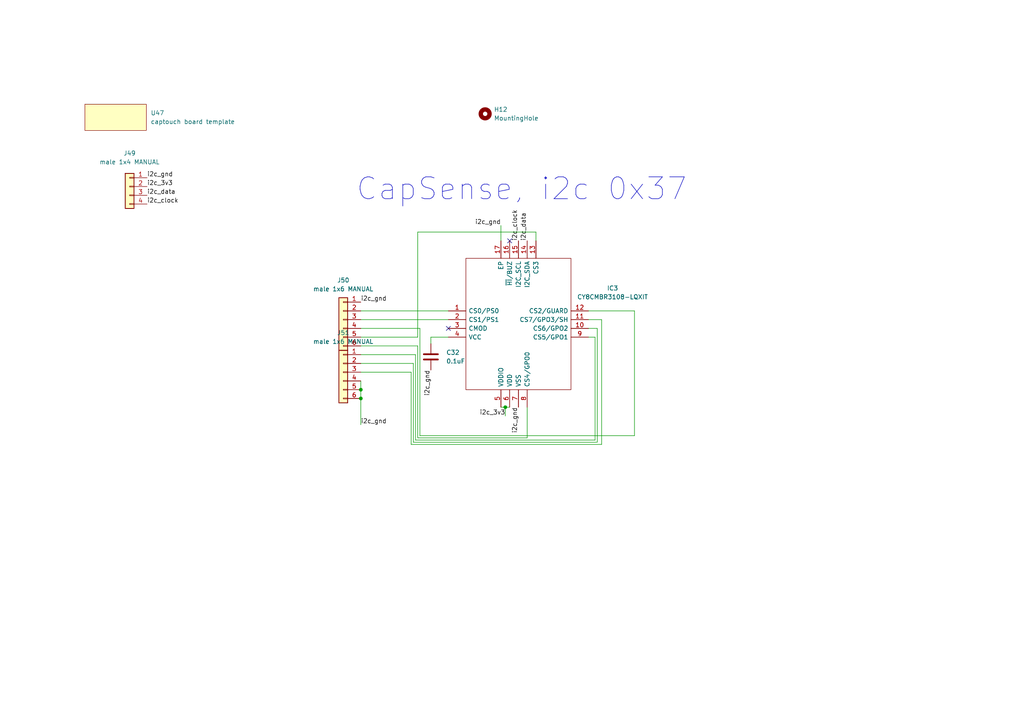
<source format=kicad_sch>
(kicad_sch (version 20211123) (generator eeschema)
  (paper "A4")
  (lib_symbols
    (symbol "Connector_Generic:Conn_01x04" (pin_names (offset 1.016) hide)
      (property "Reference" "J" (at 0 5.08 0))
      (property "Value" "Conn_01x04" (at 0 -7.62 0))
      (symbol "Conn_01x04_1_1"
        (rectangle (start -1.27 -4.953) (end 0 -5.207) (stroke (width 0.1524)))
        (rectangle (start -1.27 -2.413) (end 0 -2.667) (stroke (width 0.1524)))
        (rectangle (start -1.27 0.127) (end 0 -0.127) (stroke (width 0.1524)))
        (rectangle (start -1.27 2.667) (end 0 2.413) (stroke (width 0.1524)))
        (rectangle (start -1.27 3.81) (end 1.27 -6.35) (stroke (width 0.254)) (fill (type background)))
        (pin passive line (at -5.08 2.54 0) (length 3.81) (name "Pin_1") (number "1"))
        (pin passive line (at -5.08 0 0) (length 3.81) (name "Pin_2") (number "2"))
        (pin passive line (at -5.08 -2.54 0) (length 3.81) (name "Pin_3") (number "3"))
        (pin passive line (at -5.08 -5.08 0) (length 3.81) (name "Pin_4") (number "4"))
      )
    )
    (symbol "Connector_Generic:Conn_01x06" (pin_names (offset 1.016) hide)
      (property "Reference" "J" (at 0 7.62 0))
      (property "Value" "Conn_01x06" (at 0 -10.16 0))
      (symbol "Conn_01x06_1_1"
        (rectangle (start -1.27 -7.493) (end 0 -7.747) (stroke (width 0.1524)))
        (rectangle (start -1.27 -4.953) (end 0 -5.207) (stroke (width 0.1524)))
        (rectangle (start -1.27 -2.413) (end 0 -2.667) (stroke (width 0.1524)))
        (rectangle (start -1.27 0.127) (end 0 -0.127) (stroke (width 0.1524)))
        (rectangle (start -1.27 2.667) (end 0 2.413) (stroke (width 0.1524)))
        (rectangle (start -1.27 5.207) (end 0 4.953) (stroke (width 0.1524)))
        (rectangle (start -1.27 6.35) (end 1.27 -8.89) (stroke (width 0.254)) (fill (type background)))
        (pin passive line (at -5.08 5.08 0) (length 3.81) (name "Pin_1") (number "1"))
        (pin passive line (at -5.08 2.54 0) (length 3.81) (name "Pin_2") (number "2"))
        (pin passive line (at -5.08 0 0) (length 3.81) (name "Pin_3") (number "3"))
        (pin passive line (at -5.08 -2.54 0) (length 3.81) (name "Pin_4") (number "4"))
        (pin passive line (at -5.08 -5.08 0) (length 3.81) (name "Pin_5") (number "5"))
        (pin passive line (at -5.08 -7.62 0) (length 3.81) (name "Pin_6") (number "6"))
      )
    )
    (symbol "Device:C" (pin_numbers hide) (pin_names (offset 0.254))
      (property "Reference" "C" (at 0.635 2.54 0))
      (property "Value" "C" (at 0.635 -2.54 0))
      (symbol "C_0_1"
        (polyline (pts (xy -2.032 -0.762) (xy 2.032 -0.762)) (stroke (width 0.508)))
        (polyline (pts (xy -2.032 0.762) (xy 2.032 0.762)) (stroke (width 0.508)))
      )
      (symbol "C_1_1"
        (pin passive line (at 0 3.81 270) (length 2.794) (name "~") (number "1"))
        (pin passive line (at 0 -3.81 90) (length 2.794) (name "~") (number "2"))
      )
    )
    (symbol "Mechanical:MountingHole" (pin_names (offset 1.016))
      (property "Reference" "H" (at 0 5.08 0))
      (property "Value" "MountingHole" (at 0 3.175 0))
      (symbol "MountingHole_0_1"
        (circle (center 0 0) (radius 1.27) (stroke (width 1.27)))
      )
    )
    (symbol "SamacSys_Parts:CY8CMBR3108-LQXIT" (pin_names (offset 0.762))
      (property "Reference" "IC" (at 36.83 20.32 0))
      (property "Value" "CY8CMBR3108-LQXIT" (at 36.83 17.78 0))
      (symbol "CY8CMBR3108-LQXIT_0_0"
        (pin passive line (at 0 0 0) (length 5.08) (name "CS0/PS0") (number "1"))
        (pin passive line (at 40.64 -5.08 180) (length 5.08) (name "CS6/GPO2") (number "10"))
        (pin passive line (at 40.64 -2.54 180) (length 5.08) (name "CS7/GPO3/SH") (number "11"))
        (pin passive line (at 40.64 0 180) (length 5.08) (name "CS2/GUARD") (number "12"))
        (pin passive line (at 25.4 20.32 270) (length 5.08) (name "CS3") (number "13"))
        (pin passive line (at 22.86 20.32 270) (length 5.08) (name "I2C_SDA") (number "14"))
        (pin passive line (at 20.32 20.32 270) (length 5.08) (name "I2C_SCL") (number "15"))
        (pin passive line (at 17.78 20.32 270) (length 5.08) (name "~{HI}/BUZ") (number "16"))
        (pin passive line (at 15.24 20.32 270) (length 5.08) (name "EP") (number "17"))
        (pin passive line (at 0 -2.54 0) (length 5.08) (name "CS1/PS1") (number "2"))
        (pin passive line (at 0 -5.08 0) (length 5.08) (name "CMOD") (number "3"))
        (pin passive line (at 0 -7.62 0) (length 5.08) (name "VCC") (number "4"))
        (pin passive line (at 15.24 -27.94 90) (length 5.08) (name "VDDIO") (number "5"))
        (pin passive line (at 17.78 -27.94 90) (length 5.08) (name "VDD") (number "6"))
        (pin passive line (at 20.32 -27.94 90) (length 5.08) (name "VSS") (number "7"))
        (pin passive line (at 22.86 -27.94 90) (length 5.08) (name "CS4/GPO0") (number "8"))
        (pin passive line (at 40.64 -7.62 180) (length 5.08) (name "CS5/GPO1") (number "9"))
      )
      (symbol "CY8CMBR3108-LQXIT_0_1"
        (polyline (pts (xy 5.08 15.24) (xy 35.56 15.24) (xy 35.56 -22.86) (xy 5.08 -22.86) (xy 5.08 15.24)) (stroke (width 0.1524)))
      )
    )
    (symbol "clarinoid2:Placeholder" (in_bom no)
      (property "Reference" "U" (at 0 0 0))
      (property "Value" "Placeholder" (at 0 -1.27 0))
      (symbol "Placeholder_0_1"
        (rectangle (start -8.89 2.54) (end 8.89 -5.08) (fill (type background)))
      )
    )
  )
  (junction (at 104.648 113.03))
  (junction (at 146.558 118.11))
  (junction (at 104.648 115.57))
  (no_connect (at 147.828 69.85))
  (no_connect (at 130.048 95.25))
  (wire (pts (xy 104.648 115.57) (xy 104.648 123.19)))
  (wire (pts (xy 119.253 107.95) (xy 119.253 128.905)))
  (wire (pts (xy 174.498 128.905) (xy 174.498 92.71)))
  (wire (pts (xy 119.888 128.27) (xy 173.228 128.27)))
  (wire (pts (xy 104.648 107.95) (xy 119.253 107.95)))
  (wire (pts (xy 184.023 90.17) (xy 170.688 90.17)))
  (wire (pts (xy 121.158 67.31) (xy 155.448 67.31)))
  (wire (pts (xy 146.558 118.11) (xy 147.828 118.11)))
  (wire (pts (xy 172.593 127.635) (xy 172.593 97.79)))
  (wire (pts (xy 145.288 65.405) (xy 145.288 69.85)))
  (wire (pts (xy 104.648 90.17) (xy 130.048 90.17)))
  (wire (pts (xy 124.968 97.79) (xy 124.968 99.695)))
  (wire (pts (xy 104.648 92.71) (xy 130.048 92.71)))
  (wire (pts (xy 121.793 95.25) (xy 121.793 126.365)))
  (wire (pts (xy 173.228 95.25) (xy 170.688 95.25)))
  (wire (pts (xy 146.558 118.11) (xy 146.558 120.65)))
  (wire (pts (xy 145.288 118.11) (xy 146.558 118.11)))
  (wire (pts (xy 121.158 100.33) (xy 121.158 127)))
  (wire (pts (xy 124.968 97.79) (xy 130.048 97.79)))
  (wire (pts (xy 121.793 126.365) (xy 184.023 126.365)))
  (wire (pts (xy 119.253 128.905) (xy 174.498 128.905)))
  (wire (pts (xy 104.648 105.41) (xy 119.888 105.41)))
  (wire (pts (xy 104.648 95.25) (xy 121.793 95.25)))
  (wire (pts (xy 104.648 97.79) (xy 121.158 97.79)))
  (wire (pts (xy 152.908 127) (xy 152.908 118.11)))
  (wire (pts (xy 174.498 92.71) (xy 170.688 92.71)))
  (wire (pts (xy 119.888 105.41) (xy 119.888 128.27)))
  (wire (pts (xy 121.158 97.79) (xy 121.158 67.31)))
  (wire (pts (xy 155.448 67.31) (xy 155.448 69.85)))
  (wire (pts (xy 184.023 126.365) (xy 184.023 90.17)))
  (wire (pts (xy 120.523 102.87) (xy 120.523 127.635)))
  (wire (pts (xy 104.648 113.03) (xy 104.648 115.57)))
  (wire (pts (xy 121.158 127) (xy 152.908 127)))
  (wire (pts (xy 104.648 100.33) (xy 121.158 100.33)))
  (wire (pts (xy 104.648 110.49) (xy 104.648 113.03)))
  (wire (pts (xy 104.648 102.87) (xy 120.523 102.87)))
  (wire (pts (xy 120.523 127.635) (xy 172.593 127.635)))
  (wire (pts (xy 173.228 128.27) (xy 173.228 95.25)))
  (wire (pts (xy 172.593 97.79) (xy 170.688 97.79)))
  (text "CapSense, i2c 0x37" (at 103.124 58.674 0) (effects (font (size 6.35 6.35)) (justify left bottom)))
  (label "i2c_data" (at 152.908 69.85 90))
  (label "i2c_clock" (at 42.672 59.182 0))
  (label "i2c_gnd" (at 124.968 107.315 270))
  (label "i2c_gnd" (at 145.288 65.405 180))
  (label "i2c_clock" (at 150.368 69.85 90))
  (label "i2c_3v3" (at 146.558 120.65 180))
  (label "i2c_data" (at 42.672 56.642 0))
  (label "i2c_gnd" (at 104.648 87.63 0))
  (label "i2c_gnd" (at 150.368 118.11 270))
  (label "i2c_gnd" (at 104.648 123.19 0))
  (label "i2c_gnd" (at 42.672 51.562 0))
  (label "i2c_3v3" (at 42.672 54.102 0))
  (symbol (lib_id "Connector_Generic:Conn_01x04") (at 37.592 54.102 0) (mirror y) (unit 1) (in_bom no)
    (property "Reference" "J49" (at 37.592 44.45 0))
    (property "Value" "male 1x4 MANUAL" (at 37.592 46.99 0))
    (property "Footprint" "Connector_PinHeader_2.54mm:PinHeader_1x04_P2.54mm_Vertical" (effects hide))
    (property "verif" "1" (effects hide))
  )
  (symbol (lib_id "Device:C") (at 124.968 103.505 0) (unit 1)
    (property "Reference" "C32" (at 129.413 102.2349 0) (effects (justify left)))
    (property "Value" "0.1uF" (at 129.413 104.7749 0) (effects (justify left)))
    (property "Footprint" "Capacitor_SMD:C_0805_2012Metric" (effects hide))
    (property "LCSC part number" "C49678" (effects hide))
    (property "verif" "1" (effects hide))
    (property "LCSC" "C49678" (effects hide))
  )
  (symbol (lib_id "Connector_Generic:Conn_01x06") (at 99.568 107.95 0) (mirror y) (unit 1) (in_bom no)
    (property "Reference" "J51" (at 99.568 96.52 0))
    (property "Value" "male 1x6 MANUAL" (at 99.568 99.06 0))
    (property "Footprint" "Connector_PinHeader_2.54mm:PinHeader_1x06_P2.54mm_Vertical" (effects hide))
    (property "LCSC part number" "C492405" (effects hide))
    (property "verif" "1" (effects hide))
    (property "LCSC" "C492405" (effects hide))
  )
  (symbol (lib_id "clarinoid2:Placeholder") (at 33.528 32.766 0) (unit 1) (in_bom no)
    (property "Reference" "U47" (at 43.688 32.7659 0) (effects (justify left)))
    (property "Value" "captouch board template" (at 43.688 35.3059 0) (effects (justify left)))
    (property "Footprint" "clarinoid2:dev board captouch board template" (effects hide))
    (property "verif" "1" (effects hide))
  )
  (symbol (lib_id "Mechanical:MountingHole") (at 140.716 33.02 0) (unit 1)
    (property "Reference" "H12" (at 143.256 31.7499 0) (effects (justify left)))
    (property "Value" "MountingHole" (at 143.256 34.2899 0) (effects (justify left)))
    (property "Footprint" "MountingHole:MountingHole_3.2mm_M3" (effects hide))
    (property "MANUFACTURER" "Wurth" (effects hide))
    (property "verif" "1" (effects hide))
  )
  (symbol (lib_id "SamacSys_Parts:CY8CMBR3108-LQXIT") (at 130.048 90.17 0) (unit 1)
    (property "Reference" "IC3" (at 177.673 83.5912 0))
    (property "Value" "CY8CMBR3108-LQXIT" (at 177.673 86.1312 0))
    (property "Footprint" "SamacSys_Parts:QFN50P300X300X60-17N-D" (effects hide))
    (property "Datasheet" "https://datasheet.datasheetarchive.com/originals/distributors/DKDS-12/238892.pdf" (effects hide))
    (property "Description" "Touch Screen Controllers Capsense Express" (effects hide))
    (property "Height" "0.6" (effects hide))
    (property "Mouser Part Number" "727-CY8CMBR3108LQXIT" (effects hide))
    (property "Mouser Price/Stock" "https://www.mouser.co.uk/ProductDetail/Cypress-Semiconductor/CY8CMBR3108-LQXIT?qs=8%252By%2Fp8nNIU9%252B0OYcYvi7eg%3D%3D" (effects hide))
    (property "Manufacturer_Name" "Cypress Semiconductor" (effects hide))
    (property "Manufacturer_Part_Number" "CY8CMBR3108-LQXIT" (effects hide))
    (property "LCSC part number" "C462528" (effects hide))
    (property "verif" "1" (effects hide))
    (property "LCSC" "C462528" (effects hide))
  )
  (symbol (lib_id "Connector_Generic:Conn_01x06") (at 99.568 92.71 0) (mirror y) (unit 1) (in_bom no)
    (property "Reference" "J50" (at 99.568 81.28 0))
    (property "Value" "male 1x6 MANUAL" (at 99.568 83.82 0))
    (property "Footprint" "Connector_PinHeader_2.54mm:PinHeader_1x06_P2.54mm_Vertical" (effects hide))
    (property "LCSC part number" "C492405" (effects hide))
    (property "verif" "1" (effects hide))
    (property "LCSC" "C492405" (effects hide))
  )
)
</source>
